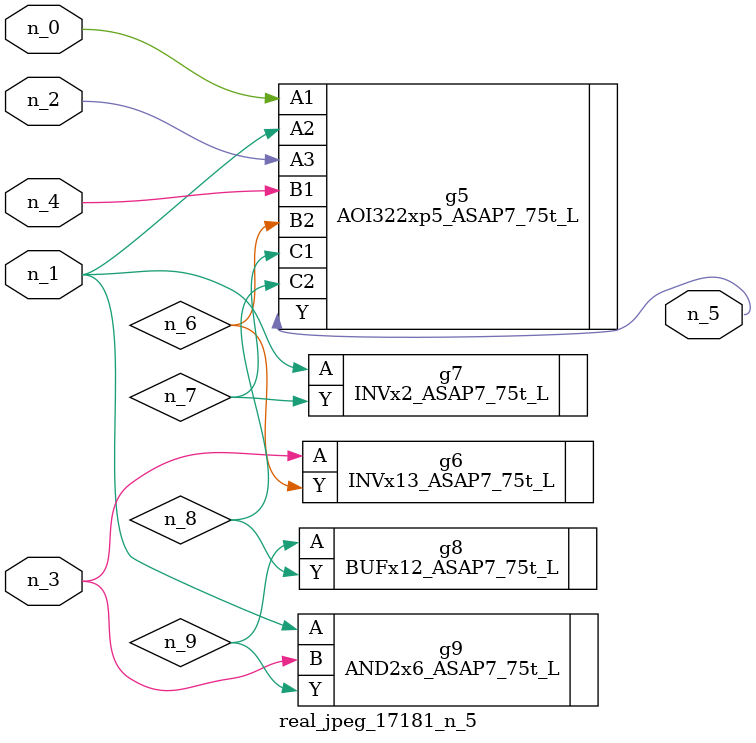
<source format=v>
module real_jpeg_17181_n_5 (n_4, n_0, n_1, n_2, n_3, n_5);

input n_4;
input n_0;
input n_1;
input n_2;
input n_3;

output n_5;

wire n_8;
wire n_6;
wire n_7;
wire n_9;

AOI322xp5_ASAP7_75t_L g5 ( 
.A1(n_0),
.A2(n_1),
.A3(n_2),
.B1(n_4),
.B2(n_6),
.C1(n_7),
.C2(n_8),
.Y(n_5)
);

INVx2_ASAP7_75t_L g7 ( 
.A(n_1),
.Y(n_7)
);

AND2x6_ASAP7_75t_L g9 ( 
.A(n_1),
.B(n_3),
.Y(n_9)
);

INVx13_ASAP7_75t_L g6 ( 
.A(n_3),
.Y(n_6)
);

BUFx12_ASAP7_75t_L g8 ( 
.A(n_9),
.Y(n_8)
);


endmodule
</source>
